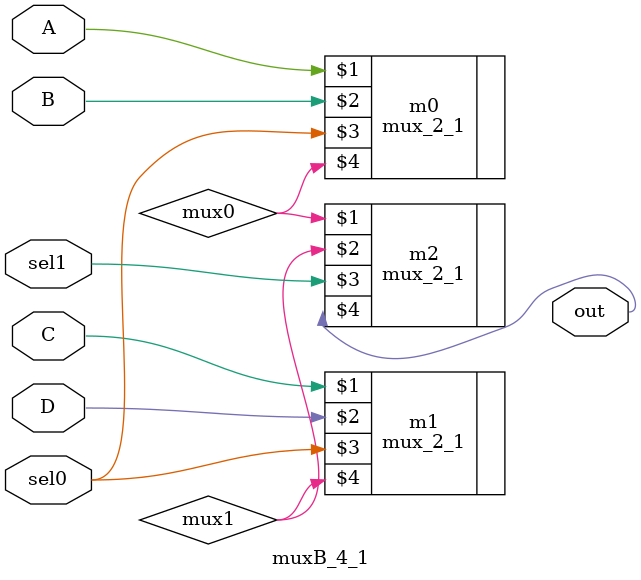
<source format=v>
module muxB_4_1(A, B, C, D, sel0, sel1, out);

	input A, B, C, D;

	input sel0, sel1;
	output out;	

	wire mux0, mux1;

	mux_2_1 m0 (A, B, sel0, mux0);
	mux_2_1 m1 (C, D, sel0, mux1);
	mux_2_1 m2 (mux0, mux1, sel1, out);

endmodule


</source>
